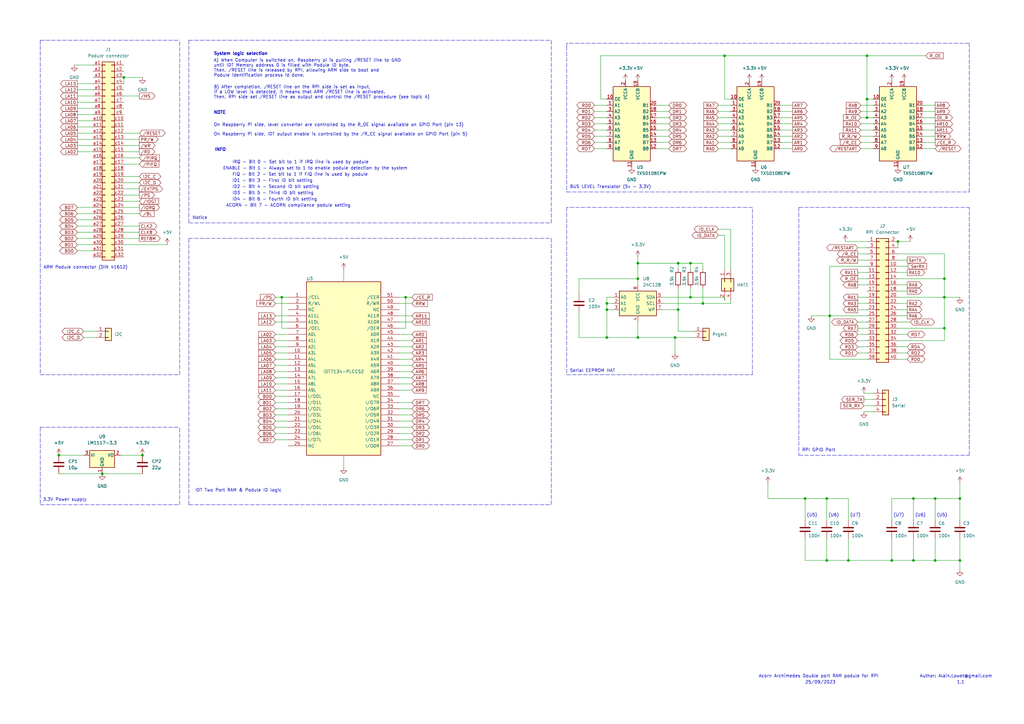
<source format=kicad_sch>
(kicad_sch (version 20211123) (generator eeschema)
  (paper "A3")
  (junction (at 58.42 186.69))
  (junction (at 278.13 127))
  (junction (at 50.8 31.75))
  (junction (at 283.21 107.95))
  (junction (at 283.21 121.92))
  (junction (at 347.98 229.87))
  (junction (at 166.37 121.92))
  (junction (at 339.09 229.87))
  (junction (at 368.3 99.06))
  (junction (at 383.54 204.47))
  (junction (at 115.57 121.92))
  (junction (at 261.62 138.43))
  (junction (at 261.62 107.95))
  (junction (at 355.6 48.26))
  (junction (at 355.6 22.86))
  (junction (at 355.6 40.64))
  (junction (at 339.09 204.47))
  (junction (at 387.35 114.3))
  (junction (at 365.76 229.87))
  (junction (at 276.86 138.43))
  (junction (at 393.7 229.87))
  (junction (at 387.35 134.62))
  (junction (at 374.65 229.87))
  (junction (at 297.18 22.86))
  (junction (at 340.36 129.54))
  (junction (at 374.65 204.47))
  (junction (at 261.62 114.3))
  (junction (at 248.92 138.43))
  (junction (at 330.2 204.47))
  (junction (at 248.92 127))
  (junction (at 278.13 107.95))
  (junction (at 24.13 186.69))
  (junction (at 288.29 124.46))
  (junction (at 387.35 121.92))
  (junction (at 383.54 229.87))
  (junction (at 41.91 194.31))
  (junction (at 248.92 124.46))
  (junction (at 393.7 204.47))
  (wire (pts (xy 351.79 101.6) (xy 355.6 101.6)))
  (wire (pts (xy 50.8 62.23) (xy 57.15 62.23)))
  (wire (pts (xy 368.3 116.84) (xy 372.11 116.84)))
  (wire (pts (xy 387.35 139.7) (xy 387.35 134.62)))
  (wire (pts (xy 332.74 129.54) (xy 340.36 129.54)))
  (wire (pts (xy 368.3 147.32) (xy 372.11 147.32)))
  (wire (pts (xy 261.62 138.43) (xy 276.86 138.43)))
  (polyline (pts (xy 226.06 91.44) (xy 226.06 16.51)))
  (wire (pts (xy 353.06 43.18) (xy 358.14 43.18)))
  (wire (pts (xy 163.83 142.24) (xy 168.91 142.24)))
  (wire (pts (xy 294.64 93.98) (xy 299.72 93.98)))
  (wire (pts (xy 353.06 50.8) (xy 358.14 50.8)))
  (wire (pts (xy 243.84 50.8) (xy 248.92 50.8)))
  (wire (pts (xy 271.78 127) (xy 278.13 127)))
  (wire (pts (xy 140.97 110.49) (xy 140.97 115.57)))
  (wire (pts (xy 393.7 233.68) (xy 393.7 229.87)))
  (polyline (pts (xy 232.41 17.78) (xy 232.41 19.05)))
  (wire (pts (xy 243.84 58.42) (xy 248.92 58.42)))
  (wire (pts (xy 330.2 229.87) (xy 330.2 220.98)))
  (wire (pts (xy 351.79 111.76) (xy 355.6 111.76)))
  (wire (pts (xy 393.7 220.98) (xy 393.7 229.87)))
  (polyline (pts (xy 327.66 186.69) (xy 397.51 186.69)))
  (wire (pts (xy 31.75 59.69) (xy 38.1 59.69)))
  (wire (pts (xy 24.13 186.69) (xy 34.29 186.69)))
  (wire (pts (xy 378.46 55.88) (xy 383.54 55.88)))
  (polyline (pts (xy 327.66 85.09) (xy 397.51 85.09)))
  (wire (pts (xy 113.03 175.26) (xy 118.11 175.26)))
  (wire (pts (xy 365.76 204.47) (xy 365.76 213.36)))
  (polyline (pts (xy 16.51 175.26) (xy 16.51 207.01)))
  (wire (pts (xy 383.54 204.47) (xy 383.54 213.36)))
  (wire (pts (xy 288.29 124.46) (xy 299.72 124.46)))
  (wire (pts (xy 113.03 139.7) (xy 118.11 139.7)))
  (wire (pts (xy 368.3 119.38) (xy 372.11 119.38)))
  (wire (pts (xy 163.83 182.88) (xy 168.91 182.88)))
  (wire (pts (xy 31.75 92.71) (xy 38.1 92.71)))
  (polyline (pts (xy 77.47 16.51) (xy 77.47 91.44)))
  (wire (pts (xy 294.64 53.34) (xy 299.72 53.34)))
  (wire (pts (xy 368.3 127) (xy 372.11 127)))
  (wire (pts (xy 347.98 213.36) (xy 347.98 204.47)))
  (polyline (pts (xy 397.51 186.69) (xy 397.51 85.09)))
  (wire (pts (xy 320.04 43.18) (xy 325.12 43.18)))
  (wire (pts (xy 278.13 135.89) (xy 278.13 127)))
  (wire (pts (xy 269.24 55.88) (xy 274.32 55.88)))
  (wire (pts (xy 339.09 229.87) (xy 339.09 220.98)))
  (wire (pts (xy 166.37 121.92) (xy 168.91 121.92)))
  (wire (pts (xy 368.3 144.78) (xy 372.11 144.78)))
  (wire (pts (xy 276.86 138.43) (xy 276.86 144.78)))
  (wire (pts (xy 243.84 45.72) (xy 248.92 45.72)))
  (wire (pts (xy 353.06 60.96) (xy 358.14 60.96)))
  (wire (pts (xy 113.03 137.16) (xy 118.11 137.16)))
  (wire (pts (xy 31.75 97.79) (xy 38.1 97.79)))
  (wire (pts (xy 294.64 60.96) (xy 299.72 60.96)))
  (wire (pts (xy 294.64 55.88) (xy 299.72 55.88)))
  (wire (pts (xy 31.75 90.17) (xy 38.1 90.17)))
  (wire (pts (xy 378.46 48.26) (xy 383.54 48.26)))
  (wire (pts (xy 284.48 135.89) (xy 278.13 135.89)))
  (wire (pts (xy 163.83 144.78) (xy 168.91 144.78)))
  (wire (pts (xy 50.8 67.31) (xy 57.15 67.31)))
  (wire (pts (xy 31.75 44.45) (xy 38.1 44.45)))
  (wire (pts (xy 113.03 172.72) (xy 118.11 172.72)))
  (wire (pts (xy 163.83 157.48) (xy 168.91 157.48)))
  (wire (pts (xy 113.03 149.86) (xy 118.11 149.86)))
  (polyline (pts (xy 397.51 78.74) (xy 397.51 17.78)))
  (wire (pts (xy 353.06 45.72) (xy 358.14 45.72)))
  (wire (pts (xy 50.8 95.25) (xy 57.15 95.25)))
  (wire (pts (xy 163.83 177.8) (xy 168.91 177.8)))
  (wire (pts (xy 347.98 229.87) (xy 347.98 220.98)))
  (wire (pts (xy 294.64 96.52) (xy 297.18 96.52)))
  (wire (pts (xy 248.92 138.43) (xy 261.62 138.43)))
  (wire (pts (xy 320.04 53.34) (xy 325.12 53.34)))
  (wire (pts (xy 320.04 48.26) (xy 325.12 48.26)))
  (wire (pts (xy 299.72 40.64) (xy 297.18 40.64)))
  (wire (pts (xy 288.29 107.95) (xy 283.21 107.95)))
  (wire (pts (xy 163.83 124.46) (xy 168.91 124.46)))
  (wire (pts (xy 297.18 22.86) (xy 297.18 40.64)))
  (wire (pts (xy 353.06 55.88) (xy 358.14 55.88)))
  (wire (pts (xy 330.2 204.47) (xy 314.96 204.47)))
  (wire (pts (xy 31.75 41.91) (xy 38.1 41.91)))
  (wire (pts (xy 355.6 48.26) (xy 358.14 48.26)))
  (wire (pts (xy 283.21 121.92) (xy 297.18 121.92)))
  (wire (pts (xy 113.03 142.24) (xy 118.11 142.24)))
  (wire (pts (xy 354.33 161.29) (xy 358.14 161.29)))
  (wire (pts (xy 24.13 194.31) (xy 41.91 194.31)))
  (wire (pts (xy 347.98 204.47) (xy 339.09 204.47)))
  (wire (pts (xy 278.13 107.95) (xy 261.62 107.95)))
  (wire (pts (xy 368.3 132.08) (xy 373.38 132.08)))
  (wire (pts (xy 163.83 167.64) (xy 168.91 167.64)))
  (wire (pts (xy 113.03 132.08) (xy 118.11 132.08)))
  (wire (pts (xy 351.79 144.78) (xy 355.6 144.78)))
  (wire (pts (xy 340.36 147.32) (xy 340.36 129.54)))
  (wire (pts (xy 31.75 36.83) (xy 38.1 36.83)))
  (wire (pts (xy 353.06 53.34) (xy 358.14 53.34)))
  (wire (pts (xy 246.38 40.64) (xy 248.92 40.64)))
  (wire (pts (xy 113.03 162.56) (xy 118.11 162.56)))
  (polyline (pts (xy 308.61 85.09) (xy 232.41 85.09)))
  (wire (pts (xy 346.71 99.06) (xy 355.6 99.06)))
  (wire (pts (xy 31.75 102.87) (xy 38.1 102.87)))
  (wire (pts (xy 243.84 60.96) (xy 248.92 60.96)))
  (wire (pts (xy 383.54 204.47) (xy 393.7 204.47)))
  (wire (pts (xy 387.35 114.3) (xy 368.3 114.3)))
  (wire (pts (xy 248.92 121.92) (xy 248.92 124.46)))
  (wire (pts (xy 50.8 72.39) (xy 57.15 72.39)))
  (wire (pts (xy 269.24 60.96) (xy 274.32 60.96)))
  (wire (pts (xy 31.75 95.25) (xy 38.1 95.25)))
  (wire (pts (xy 351.79 124.46) (xy 355.6 124.46)))
  (wire (pts (xy 163.83 149.86) (xy 168.91 149.86)))
  (wire (pts (xy 368.3 129.54) (xy 372.11 129.54)))
  (wire (pts (xy 115.57 134.62) (xy 115.57 121.92)))
  (wire (pts (xy 387.35 104.14) (xy 368.3 104.14)))
  (wire (pts (xy 248.92 124.46) (xy 251.46 124.46)))
  (wire (pts (xy 50.8 31.75) (xy 50.8 34.29)))
  (polyline (pts (xy 73.66 207.01) (xy 73.66 175.26)))
  (wire (pts (xy 383.54 220.98) (xy 383.54 229.87)))
  (wire (pts (xy 299.72 93.98) (xy 299.72 110.49)))
  (wire (pts (xy 34.29 138.43) (xy 39.37 138.43)))
  (wire (pts (xy 320.04 60.96) (xy 325.12 60.96)))
  (wire (pts (xy 163.83 160.02) (xy 168.91 160.02)))
  (wire (pts (xy 283.21 107.95) (xy 278.13 107.95)))
  (wire (pts (xy 246.38 22.86) (xy 297.18 22.86)))
  (wire (pts (xy 269.24 43.18) (xy 274.32 43.18)))
  (wire (pts (xy 351.79 132.08) (xy 355.6 132.08)))
  (wire (pts (xy 354.33 163.83) (xy 358.14 163.83)))
  (wire (pts (xy 261.62 107.95) (xy 261.62 114.3)))
  (wire (pts (xy 368.3 99.06) (xy 373.38 99.06)))
  (wire (pts (xy 261.62 132.08) (xy 261.62 138.43)))
  (wire (pts (xy 163.83 170.18) (xy 168.91 170.18)))
  (wire (pts (xy 113.03 177.8) (xy 118.11 177.8)))
  (wire (pts (xy 113.03 144.78) (xy 118.11 144.78)))
  (wire (pts (xy 297.18 96.52) (xy 297.18 110.49)))
  (wire (pts (xy 351.79 104.14) (xy 355.6 104.14)))
  (wire (pts (xy 113.03 121.92) (xy 115.57 121.92)))
  (polyline (pts (xy 327.66 85.09) (xy 327.66 186.69)))
  (wire (pts (xy 113.03 157.48) (xy 118.11 157.48)))
  (wire (pts (xy 50.8 92.71) (xy 57.15 92.71)))
  (wire (pts (xy 31.75 46.99) (xy 38.1 46.99)))
  (polyline (pts (xy 77.47 97.79) (xy 226.06 97.79)))
  (wire (pts (xy 368.3 99.06) (xy 368.3 101.6)))
  (wire (pts (xy 288.29 118.11) (xy 288.29 124.46)))
  (wire (pts (xy 50.8 64.77) (xy 57.15 64.77)))
  (wire (pts (xy 294.64 43.18) (xy 299.72 43.18)))
  (wire (pts (xy 49.53 186.69) (xy 58.42 186.69)))
  (wire (pts (xy 365.76 229.87) (xy 365.76 220.98)))
  (wire (pts (xy 31.75 62.23) (xy 38.1 62.23)))
  (wire (pts (xy 368.3 106.68) (xy 372.11 106.68)))
  (wire (pts (xy 294.64 45.72) (xy 299.72 45.72)))
  (wire (pts (xy 248.92 127) (xy 248.92 138.43)))
  (wire (pts (xy 374.65 204.47) (xy 374.65 213.36)))
  (wire (pts (xy 30.48 26.67) (xy 38.1 26.67)))
  (wire (pts (xy 347.98 229.87) (xy 365.76 229.87)))
  (wire (pts (xy 237.49 138.43) (xy 248.92 138.43)))
  (wire (pts (xy 351.79 106.68) (xy 355.6 106.68)))
  (wire (pts (xy 243.84 55.88) (xy 248.92 55.88)))
  (wire (pts (xy 31.75 49.53) (xy 38.1 49.53)))
  (polyline (pts (xy 16.51 207.01) (xy 73.66 207.01)))
  (wire (pts (xy 355.6 147.32) (xy 340.36 147.32)))
  (wire (pts (xy 50.8 31.75) (xy 58.42 31.75)))
  (wire (pts (xy 387.35 134.62) (xy 387.35 121.92)))
  (polyline (pts (xy 77.47 91.44) (xy 226.06 91.44)))
  (wire (pts (xy 163.83 121.92) (xy 166.37 121.92)))
  (wire (pts (xy 31.75 39.37) (xy 38.1 39.37)))
  (wire (pts (xy 278.13 127) (xy 278.13 118.11)))
  (wire (pts (xy 50.8 100.33) (xy 68.58 100.33)))
  (wire (pts (xy 251.46 121.92) (xy 248.92 121.92)))
  (wire (pts (xy 163.83 134.62) (xy 166.37 134.62)))
  (polyline (pts (xy 77.47 16.51) (xy 226.06 16.51)))
  (wire (pts (xy 163.83 172.72) (xy 168.91 172.72)))
  (wire (pts (xy 113.03 180.34) (xy 118.11 180.34)))
  (wire (pts (xy 387.35 121.92) (xy 393.7 121.92)))
  (wire (pts (xy 113.03 147.32) (xy 118.11 147.32)))
  (wire (pts (xy 163.83 132.08) (xy 168.91 132.08)))
  (polyline (pts (xy 232.41 78.74) (xy 397.51 78.74)))
  (polyline (pts (xy 232.41 85.09) (xy 232.41 153.67)))
  (wire (pts (xy 294.64 48.26) (xy 299.72 48.26)))
  (wire (pts (xy 297.18 123.19) (xy 297.18 121.92)))
  (wire (pts (xy 383.54 229.87) (xy 393.7 229.87)))
  (wire (pts (xy 271.78 121.92) (xy 283.21 121.92)))
  (wire (pts (xy 269.24 58.42) (xy 274.32 58.42)))
  (wire (pts (xy 351.79 127) (xy 355.6 127)))
  (wire (pts (xy 387.35 134.62) (xy 368.3 134.62)))
  (wire (pts (xy 294.64 58.42) (xy 299.72 58.42)))
  (wire (pts (xy 50.8 54.61) (xy 57.15 54.61)))
  (wire (pts (xy 243.84 53.34) (xy 248.92 53.34)))
  (wire (pts (xy 368.3 124.46) (xy 372.11 124.46)))
  (wire (pts (xy 34.29 135.89) (xy 39.37 135.89)))
  (wire (pts (xy 261.62 105.41) (xy 261.62 107.95)))
  (polyline (pts (xy 16.51 175.26) (xy 73.66 175.26)))
  (wire (pts (xy 368.3 109.22) (xy 372.11 109.22)))
  (wire (pts (xy 269.24 50.8) (xy 274.32 50.8)))
  (wire (pts (xy 393.7 198.12) (xy 393.7 204.47)))
  (wire (pts (xy 50.8 80.01) (xy 57.15 80.01)))
  (wire (pts (xy 115.57 121.92) (xy 118.11 121.92)))
  (wire (pts (xy 278.13 107.95) (xy 278.13 110.49)))
  (wire (pts (xy 31.75 52.07) (xy 38.1 52.07)))
  (wire (pts (xy 354.33 168.91) (xy 358.14 168.91)))
  (wire (pts (xy 113.03 170.18) (xy 118.11 170.18)))
  (polyline (pts (xy 16.51 16.51) (xy 73.66 16.51)))
  (wire (pts (xy 353.06 58.42) (xy 358.14 58.42)))
  (wire (pts (xy 383.54 229.87) (xy 374.65 229.87)))
  (wire (pts (xy 50.8 77.47) (xy 57.15 77.47)))
  (wire (pts (xy 339.09 229.87) (xy 330.2 229.87)))
  (wire (pts (xy 113.03 167.64) (xy 118.11 167.64)))
  (wire (pts (xy 237.49 128.27) (xy 237.49 138.43)))
  (wire (pts (xy 320.04 50.8) (xy 325.12 50.8)))
  (polyline (pts (xy 226.06 97.79) (xy 226.06 207.01)))
  (wire (pts (xy 248.92 127) (xy 251.46 127)))
  (wire (pts (xy 50.8 59.69) (xy 57.15 59.69)))
  (wire (pts (xy 243.84 43.18) (xy 248.92 43.18)))
  (wire (pts (xy 113.03 160.02) (xy 118.11 160.02)))
  (wire (pts (xy 113.03 124.46) (xy 118.11 124.46)))
  (wire (pts (xy 297.18 22.86) (xy 355.6 22.86)))
  (wire (pts (xy 387.35 121.92) (xy 368.3 121.92)))
  (wire (pts (xy 340.36 109.22) (xy 355.6 109.22)))
  (wire (pts (xy 383.54 204.47) (xy 374.65 204.47)))
  (wire (pts (xy 355.6 22.86) (xy 355.6 40.64)))
  (wire (pts (xy 113.03 154.94) (xy 118.11 154.94)))
  (wire (pts (xy 378.46 58.42) (xy 383.54 58.42)))
  (wire (pts (xy 351.79 137.16) (xy 355.6 137.16)))
  (wire (pts (xy 374.65 220.98) (xy 374.65 229.87)))
  (wire (pts (xy 374.65 229.87) (xy 365.76 229.87)))
  (wire (pts (xy 284.48 138.43) (xy 276.86 138.43)))
  (wire (pts (xy 166.37 134.62) (xy 166.37 121.92)))
  (wire (pts (xy 351.79 116.84) (xy 355.6 116.84)))
  (wire (pts (xy 50.8 87.63) (xy 57.15 87.63)))
  (wire (pts (xy 355.6 48.26) (xy 355.6 40.64)))
  (polyline (pts (xy 232.41 19.05) (xy 232.41 78.74)))
  (wire (pts (xy 113.03 129.54) (xy 118.11 129.54)))
  (wire (pts (xy 50.8 85.09) (xy 57.15 85.09)))
  (wire (pts (xy 320.04 45.72) (xy 325.12 45.72)))
  (wire (pts (xy 355.6 40.64) (xy 358.14 40.64)))
  (wire (pts (xy 163.83 175.26) (xy 168.91 175.26)))
  (wire (pts (xy 374.65 204.47) (xy 365.76 204.47)))
  (wire (pts (xy 393.7 204.47) (xy 393.7 213.36)))
  (wire (pts (xy 50.8 74.93) (xy 57.15 74.93)))
  (wire (pts (xy 283.21 107.95) (xy 283.21 110.49)))
  (wire (pts (xy 351.79 114.3) (xy 355.6 114.3)))
  (polyline (pts (xy 73.66 153.67) (xy 73.66 16.51)))
  (wire (pts (xy 41.91 194.31) (xy 58.42 194.31)))
  (wire (pts (xy 387.35 121.92) (xy 387.35 114.3)))
  (wire (pts (xy 351.79 139.7) (xy 355.6 139.7)))
  (wire (pts (xy 113.03 152.4) (xy 118.11 152.4)))
  (polyline (pts (xy 397.51 17.78) (xy 232.41 17.78)))
  (wire (pts (xy 118.11 134.62) (xy 115.57 134.62)))
  (polyline (pts (xy 232.41 153.67) (xy 308.61 153.67)))
  (wire (pts (xy 368.3 139.7) (xy 387.35 139.7)))
  (wire (pts (xy 163.83 137.16) (xy 168.91 137.16)))
  (wire (pts (xy 351.79 142.24) (xy 355.6 142.24)))
  (wire (pts (xy 320.04 55.88) (xy 325.12 55.88)))
  (wire (pts (xy 354.33 166.37) (xy 358.14 166.37)))
  (wire (pts (xy 378.46 60.96) (xy 383.54 60.96)))
  (wire (pts (xy 237.49 114.3) (xy 261.62 114.3)))
  (wire (pts (xy 378.46 53.34) (xy 383.54 53.34)))
  (wire (pts (xy 283.21 118.11) (xy 283.21 121.92)))
  (wire (pts (xy 140.97 186.69) (xy 140.97 191.77)))
  (wire (pts (xy 163.83 147.32) (xy 168.91 147.32)))
  (wire (pts (xy 269.24 48.26) (xy 274.32 48.26)))
  (wire (pts (xy 163.83 165.1) (xy 168.91 165.1)))
  (wire (pts (xy 378.46 45.72) (xy 383.54 45.72)))
  (wire (pts (xy 237.49 120.65) (xy 237.49 114.3)))
  (wire (pts (xy 378.46 50.8) (xy 383.54 50.8)))
  (wire (pts (xy 368.3 137.16) (xy 372.11 137.16)))
  (wire (pts (xy 163.83 152.4) (xy 168.91 152.4)))
  (wire (pts (xy 340.36 129.54) (xy 355.6 129.54)))
  (wire (pts (xy 50.8 57.15) (xy 57.15 57.15)))
  (wire (pts (xy 339.09 204.47) (xy 339.09 213.36)))
  (wire (pts (xy 294.64 50.8) (xy 299.72 50.8)))
  (wire (pts (xy 330.2 204.47) (xy 330.2 213.36)))
  (wire (pts (xy 378.46 43.18) (xy 383.54 43.18)))
  (wire (pts (xy 340.36 129.54) (xy 340.36 109.22)))
  (wire (pts (xy 261.62 114.3) (xy 261.62 116.84)))
  (wire (pts (xy 246.38 40.64) (xy 246.38 22.86)))
  (wire (pts (xy 320.04 58.42) (xy 325.12 58.42)))
  (wire (pts (xy 347.98 229.87) (xy 339.09 229.87)))
  (wire (pts (xy 50.8 82.55) (xy 57.15 82.55)))
  (wire (pts (xy 163.83 139.7) (xy 168.91 139.7)))
  (wire (pts (xy 368.3 111.76) (xy 372.11 111.76)))
  (wire (pts (xy 339.09 204.47) (xy 330.2 204.47)))
  (wire (pts (xy 113.03 165.1) (xy 118.11 165.1)))
  (wire (pts (xy 269.24 45.72) (xy 274.32 45.72)))
  (polyline (pts (xy 77.47 207.01) (xy 77.47 97.79)))
  (wire (pts (xy 50.8 39.37) (xy 57.15 39.37)))
  (wire (pts (xy 163.83 154.94) (xy 168.91 154.94)))
  (wire (pts (xy 299.72 123.19) (xy 299.72 124.46)))
  (wire (pts (xy 31.75 34.29) (xy 38.1 34.29)))
  (wire (pts (xy 271.78 124.46) (xy 288.29 124.46)))
  (wire (pts (xy 243.84 48.26) (xy 248.92 48.26)))
  (wire (pts (xy 351.79 121.92) (xy 355.6 121.92)))
  (wire (pts (xy 353.06 48.26) (xy 355.6 48.26)))
  (wire (pts (xy 31.75 85.09) (xy 38.1 85.09)))
  (polyline (pts (xy 77.47 207.01) (xy 226.06 207.01)))
  (wire (pts (xy 368.3 142.24) (xy 372.11 142.24)))
  (wire (pts (xy 288.29 110.49) (xy 288.29 107.95)))
  (wire (pts (xy 163.83 129.54) (xy 168.91 129.54)))
  (wire (pts (xy 355.6 22.86) (xy 379.73 22.86)))
  (wire (pts (xy 248.92 124.46) (xy 248.92 127)))
  (wire (pts (xy 31.75 87.63) (xy 38.1 87.63)))
  (wire (pts (xy 314.96 204.47) (xy 314.96 198.12)))
  (wire (pts (xy 31.75 100.33) (xy 38.1 100.33)))
  (wire (pts (xy 31.75 57.15) (xy 38.1 57.15)))
  (polyline (pts (xy 308.61 153.67) (xy 308.61 85.09)))
  (wire (pts (xy 387.35 114.3) (xy 387.35 104.14)))
  (wire (pts (xy 163.83 180.34) (xy 168.91 180.34)))
  (wire (pts (xy 351.79 134.62) (xy 355.6 134.62)))
  (polyline (pts (xy 16.51 16.51) (xy 16.51 153.67)))
  (wire (pts (xy 50.8 97.79) (xy 57.15 97.79)))
  (wire (pts (xy 31.75 54.61) (xy 38.1 54.61)))
  (wire (pts (xy 269.24 53.34) (xy 274.32 53.34)))
  (polyline (pts (xy 16.51 153.67) (xy 73.66 153.67)))
  (text "(U5)" (at 388.62 212.09 180) (effects (font (size 1.27 1.27)) (justify right bottom)))
  (text "ID4 - Bit 6 - Fourth ID bit setting" (at 95.25 82.55 0) (effects (font (size 1.27 1.27)) (justify left bottom)))
  (text "RPI GPIO Port" (at 328.93 185.42 0) (effects (font (size 1.27 1.27)) (justify left bottom)))
  (text "ARM Podule connector (DIN 41612)" (at 17.78 110.49 0) (effects (font (size 1.27 1.27)) (justify left bottom)))
  (text "System logic selection" (at 87.63 22.86 0) (effects (font (size 1.27 1.27) (thickness 0.254) bold) (justify left bottom)))
  (text "On Raspberry Pi side, IDT output enable is controlled by the /R_CE signal available on GPIO Port (pin 5)" (at 87.63 55.88 0) (effects (font (size 1.27 1.27)) (justify left bottom)))
  (text "ID3 - Bit 5 - Third ID bit setting" (at 95.25 80.01 0) (effects (font (size 1.27 1.27)) (justify left bottom)))
  (text "ENABLE - Bit 1 - Always set to 1 to enable podule detection by the system" (at 91.44 69.85 0) (effects (font (size 1.27 1.27)) (justify left bottom)))
  (text "NOTE" (at 92.71 46.99 180) (effects (font (size 1.27 1.27) (thickness 0.254) bold) (justify right bottom)))
  (text "(U7)" (at 353.06 212.09 180) (effects (font (size 1.27 1.27)) (justify right bottom)))
  (text "ID1 - Bit 3 - First ID bit setting" (at 95.25 74.93 0) (effects (font (size 1.27 1.27)) (justify left bottom)))
  (text "(U7)" (at 370.84 212.09 180) (effects (font (size 1.27 1.27)) (justify right bottom)))
  (text "Acorn Archimedes Double port RAM podule for RPI" (at 311.15 278.13 0) (effects (font (size 1.27 1.27)) (justify left bottom)))
  (text "Notice" (at 85.09 90.17 180) (effects (font (size 1.27 1.27)) (justify right bottom)))
  (text "INFO" (at 92.71 62.23 180) (effects (font (size 1.27 1.27) (thickness 0.254) bold) (justify right bottom)))
  (text "On Raspberry Pi side, level converter are controlled by the R_OE signal available on GPIO Port (pin 13)" (at 87.63 52.07 0) (effects (font (size 1.27 1.27)) (justify left bottom)))
  (text "(U5)" (at 335.28 212.09 180) (effects (font (size 1.27 1.27)) (justify right bottom)))
  (text "3.3V Power supply" (at 35.56 205.74 180) (effects (font (size 1.27 1.27)) (justify right bottom)))
  (text "Serial EEPROM HAT\n\n" (at 233.68 154.94 0) (effects (font (size 1.27 1.27)) (justify left bottom)))
  (text "1.1\n" (at 392.43 280.67 0) (effects (font (size 1.27 1.27)) (justify left bottom)))
  (text "FIQ - Bit 2 - Set bit to 1 if FIQ line is used by podule" (at 95.25 72.39 0) (effects (font (size 1.27 1.27)) (justify left bottom)))
  (text "B) After completion, /RESET line on the RPI side is set as input, \nif a LOW level is detected, it means that ARM /RESET line is activated.\nThen, RPI side set /RESET line as output and control the /RESET procedure (see topic A)" (at 87.63 40.64 0) (effects (font (size 1.27 1.27)) (justify left bottom)))
  (text "(U6)" (at 379.73 212.09 180) (effects (font (size 1.27 1.27)) (justify right bottom)))
  (text "ACORN - Bit 7 - ACORN compliance podule setting" (at 92.71 85.09 0) (effects (font (size 1.27 1.27)) (justify left bottom)))
  (text "BUS LEVEL Translator (5v - 3.3V)" (at 233.68 77.47 0) (effects (font (size 1.27 1.27)) (justify left bottom)))
  (text "IDT Two Port RAM & Podule ID logic" (at 80.01 201.93 0) (effects (font (size 1.27 1.27)) (justify left bottom)))
  (text "A) When Computer is switched on, Raspberry pi is pulling /RESET line to GND\nuntil IDT Memory address 0 is filled with Podule ID byte.\nThen, /RESET line is released by RPI, allowing ARM side to boot and\nPodule identification process id done." (at 87.63 31.75 0) (effects (font (size 1.27 1.27)) (justify left bottom)))
  (text "(U6)" (at 344.17 212.09 180) (effects (font (size 1.27 1.27)) (justify right bottom)))
  (text "Author: Alain.Lowet@gmail.com" (at 377.19 278.13 0) (effects (font (size 1.27 1.27)) (justify left bottom)))
  (text "25/09/2023" (at 330.2 280.67 0) (effects (font (size 1.27 1.27)) (justify left bottom)))
  (text "IRQ - Bit 0 - Set bit to 1 if IRQ line is used by podule" (at 95.25 67.31 0) (effects (font (size 1.27 1.27)) (justify left bottom)))
  (text "ID2 - Bit 4 - Second ID bit setting" (at 95.25 77.47 0) (effects (font (size 1.27 1.27)) (justify left bottom)))
  (global_label "BD2" (shape bidirectional) (at 113.03 167.64 180) (property "Intersheet References" "${INTERSHEET_REFS}" (effects hide)))
  (global_label "DR3" (shape bidirectional) (at 274.32 50.8 0) (property "Intersheet References" "${INTERSHEET_REFS}" (effects hide)))
  (global_label "{slash}RD" (shape output) (at 57.15 62.23 0) (property "Intersheet References" "${INTERSHEET_REFS}" (effects hide)))
  (global_label "{slash}PIFQ" (shape input) (at 57.15 67.31 0) (property "Intersheet References" "${INTERSHEET_REFS}" (effects hide)))
  (global_label "SER_TX" (shape output) (at 354.33 163.83 180) (property "Intersheet References" "${INTERSHEET_REFS}" (effects hide)))
  (global_label "I2C_C" (shape bidirectional) (at 57.15 72.39 0) (property "Intersheet References" "${INTERSHEET_REFS}" (effects hide)))
  (global_label "RD1" (shape bidirectional) (at 351.79 144.78 180) (property "Intersheet References" "${INTERSHEET_REFS}" (effects hide)))
  (global_label "BD0" (shape bidirectional) (at 113.03 162.56 180) (property "Intersheet References" "${INTERSHEET_REFS}" (effects hide)))
  (global_label "AR0" (shape input) (at 168.91 137.16 0) (property "Intersheet References" "${INTERSHEET_REFS}" (effects hide)))
  (global_label "DR7" (shape bidirectional) (at 274.32 60.96 0) (property "Intersheet References" "${INTERSHEET_REFS}" (effects hide)))
  (global_label "RA10" (shape output) (at 372.11 111.76 0) (property "Intersheet References" "${INTERSHEET_REFS}" (effects hide)))
  (global_label "I2C_D" (shape bidirectional) (at 34.29 138.43 180) (property "Intersheet References" "${INTERSHEET_REFS}" (effects hide)))
  (global_label "LA12" (shape input) (at 113.03 132.08 180) (property "Intersheet References" "${INTERSHEET_REFS}" (effects hide)))
  (global_label "RA8" (shape output) (at 351.79 116.84 180) (property "Intersheet References" "${INTERSHEET_REFS}" (effects hide)))
  (global_label "LA11" (shape input) (at 113.03 160.02 180) (property "Intersheet References" "${INTERSHEET_REFS}" (effects hide)))
  (global_label "LA03" (shape input) (at 113.03 139.7 180) (property "Intersheet References" "${INTERSHEET_REFS}" (effects hide)))
  (global_label "AR8" (shape input) (at 168.91 157.48 0) (property "Intersheet References" "${INTERSHEET_REFS}" (effects hide)))
  (global_label "{slash}CE_R" (shape output) (at 383.54 58.42 0) (property "Intersheet References" "${INTERSHEET_REFS}" (effects hide)))
  (global_label "ID_DATA" (shape bidirectional) (at 351.79 132.08 180) (property "Intersheet References" "${INTERSHEET_REFS}" (effects hide)))
  (global_label "AR9" (shape output) (at 383.54 45.72 0) (property "Intersheet References" "${INTERSHEET_REFS}" (effects hide)))
  (global_label "{slash}RESTART" (shape bidirectional) (at 351.79 101.6 180) (property "Intersheet References" "${INTERSHEET_REFS}" (effects hide)))
  (global_label "BD5" (shape bidirectional) (at 31.75 90.17 180) (property "Intersheet References" "${INTERSHEET_REFS}" (effects hide)))
  (global_label "RA4" (shape input) (at 294.64 50.8 180) (property "Intersheet References" "${INTERSHEET_REFS}" (effects hide)))
  (global_label "LA10" (shape input) (at 113.03 157.48 180) (property "Intersheet References" "${INTERSHEET_REFS}" (effects hide)))
  (global_label "LA03" (shape output) (at 31.75 59.69 180) (property "Intersheet References" "${INTERSHEET_REFS}" (effects hide)))
  (global_label "RA10" (shape input) (at 353.06 50.8 180) (property "Intersheet References" "${INTERSHEET_REFS}" (effects hide)))
  (global_label "OE_R" (shape output) (at 383.54 48.26 0) (property "Intersheet References" "${INTERSHEET_REFS}" (effects hide)))
  (global_label "LA12" (shape output) (at 31.75 36.83 180) (property "Intersheet References" "${INTERSHEET_REFS}" (effects hide)))
  (global_label "ID_CLK" (shape bidirectional) (at 373.38 132.08 0) (property "Intersheet References" "${INTERSHEET_REFS}" (effects hide)))
  (global_label "AR4" (shape output) (at 325.12 50.8 0) (property "Intersheet References" "${INTERSHEET_REFS}" (effects hide)))
  (global_label "RD1" (shape bidirectional) (at 243.84 45.72 180) (property "Intersheet References" "${INTERSHEET_REFS}" (effects hide)))
  (global_label "AR5" (shape input) (at 168.91 149.86 0) (property "Intersheet References" "${INTERSHEET_REFS}" (effects hide)))
  (global_label "BD7" (shape bidirectional) (at 31.75 85.09 180) (property "Intersheet References" "${INTERSHEET_REFS}" (effects hide)))
  (global_label "RD5" (shape bidirectional) (at 243.84 55.88 180) (property "Intersheet References" "${INTERSHEET_REFS}" (effects hide)))
  (global_label "R_OE" (shape input) (at 353.06 48.26 180) (property "Intersheet References" "${INTERSHEET_REFS}" (effects hide)))
  (global_label "RD7" (shape bidirectional) (at 243.84 60.96 180) (property "Intersheet References" "${INTERSHEET_REFS}" (effects hide)))
  (global_label "RA6" (shape output) (at 372.11 129.54 0) (property "Intersheet References" "${INTERSHEET_REFS}" (effects hide)))
  (global_label "RD0" (shape bidirectional) (at 243.84 43.18 180) (property "Intersheet References" "${INTERSHEET_REFS}" (effects hide)))
  (global_label "{slash}RESTART" (shape bidirectional) (at 353.06 60.96 180) (property "Intersheet References" "${INTERSHEET_REFS}" (effects hide)))
  (global_label "RA9" (shape input) (at 353.06 45.72 180) (property "Intersheet References" "${INTERSHEET_REFS}" (effects hide)))
  (global_label "LA13" (shape input) (at 113.03 129.54 180) (property "Intersheet References" "${INTERSHEET_REFS}" (effects hide)))
  (global_label "LA11" (shape output) (at 31.75 39.37 180) (property "Intersheet References" "${INTERSHEET_REFS}" (effects hide)))
  (global_label "DR1" (shape bidirectional) (at 168.91 180.34 0) (property "Intersheet References" "${INTERSHEET_REFS}" (effects hide)))
  (global_label "BD6" (shape bidirectional) (at 113.03 177.8 180) (property "Intersheet References" "${INTERSHEET_REFS}" (effects hide)))
  (global_label "BD0" (shape bidirectional) (at 31.75 102.87 180) (property "Intersheet References" "${INTERSHEET_REFS}" (effects hide)))
  (global_label "RA0" (shape output) (at 372.11 119.38 0) (property "Intersheet References" "${INTERSHEET_REFS}" (effects hide)))
  (global_label "RA3" (shape input) (at 294.64 53.34 180) (property "Intersheet References" "${INTERSHEET_REFS}" (effects hide)))
  (global_label "DR7" (shape bidirectional) (at 168.91 165.1 0) (property "Intersheet References" "${INTERSHEET_REFS}" (effects hide)))
  (global_label "LA09" (shape input) (at 113.03 154.94 180) (property "Intersheet References" "${INTERSHEET_REFS}" (effects hide)))
  (global_label "LA08" (shape input) (at 113.03 152.4 180) (property "Intersheet References" "${INTERSHEET_REFS}" (effects hide)))
  (global_label "AR11" (shape input) (at 168.91 129.54 0) (property "Intersheet References" "${INTERSHEET_REFS}" (effects hide)))
  (global_label "AR3" (shape input) (at 168.91 144.78 0) (property "Intersheet References" "${INTERSHEET_REFS}" (effects hide)))
  (global_label "SerRX" (shape input) (at 372.11 109.22 0) (property "Intersheet References" "${INTERSHEET_REFS}" (effects hide)))
  (global_label "LA08" (shape output) (at 31.75 46.99 180) (property "Intersheet References" "${INTERSHEET_REFS}" (effects hide)))
  (global_label "{slash}RESET" (shape bidirectional) (at 383.54 60.96 0) (property "Intersheet References" "${INTERSHEET_REFS}" (effects hide)))
  (global_label "{slash}CE_R" (shape input) (at 168.91 121.92 0) (property "Intersheet References" "${INTERSHEET_REFS}" (effects hide)))
  (global_label "RA11" (shape input) (at 353.06 53.34 180) (property "Intersheet References" "${INTERSHEET_REFS}" (effects hide)))
  (global_label "LA07" (shape output) (at 31.75 49.53 180) (property "Intersheet References" "${INTERSHEET_REFS}" (effects hide)))
  (global_label "{slash}R_CE" (shape output) (at 351.79 104.14 180) (property "Intersheet References" "${INTERSHEET_REFS}" (effects hide)))
  (global_label "RA1" (shape output) (at 351.79 121.92 180) (property "Intersheet References" "${INTERSHEET_REFS}" (effects hide)))
  (global_label "BD4" (shape bidirectional) (at 31.75 92.71 180) (property "Intersheet References" "${INTERSHEET_REFS}" (effects hide)))
  (global_label "{slash}WR" (shape output) (at 57.15 59.69 0) (property "Intersheet References" "${INTERSHEET_REFS}" (effects hide)))
  (global_label "{slash}PIRQ" (shape input) (at 57.15 64.77 0) (property "Intersheet References" "${INTERSHEET_REFS}" (effects hide)))
  (global_label "{slash}IORQ" (shape output) (at 57.15 85.09 0) (property "Intersheet References" "${INTERSHEET_REFS}" (effects hide)))
  (global_label "LA05" (shape input) (at 113.03 144.78 180) (property "Intersheet References" "${INTERSHEET_REFS}" (effects hide)))
  (global_label "DR6" (shape bidirectional) (at 274.32 58.42 0) (property "Intersheet References" "${INTERSHEET_REFS}" (effects hide)))
  (global_label "DR5" (shape bidirectional) (at 168.91 170.18 0) (property "Intersheet References" "${INTERSHEET_REFS}" (effects hide)))
  (global_label "DR0" (shape bidirectional) (at 168.91 182.88 0) (property "Intersheet References" "${INTERSHEET_REFS}" (effects hide)))
  (global_label "DR2" (shape bidirectional) (at 274.32 48.26 0) (property "Intersheet References" "${INTERSHEET_REFS}" (effects hide)))
  (global_label "RA9" (shape output) (at 372.11 116.84 0) (property "Intersheet References" "${INTERSHEET_REFS}" (effects hide)))
  (global_label "RA7" (shape output) (at 351.79 134.62 180) (property "Intersheet References" "${INTERSHEET_REFS}" (effects hide)))
  (global_label "R_R{slash}W" (shape output) (at 351.79 106.68 180) (property "Intersheet References" "${INTERSHEET_REFS}" (effects hide)))
  (global_label "RA2" (shape output) (at 372.11 124.46 0) (property "Intersheet References" "${INTERSHEET_REFS}" (effects hide)))
  (global_label "RA8" (shape input) (at 353.06 43.18 180) (property "Intersheet References" "${INTERSHEET_REFS}" (effects hide)))
  (global_label "LA04" (shape input) (at 113.03 142.24 180) (property "Intersheet References" "${INTERSHEET_REFS}" (effects hide)))
  (global_label "AR9" (shape input) (at 168.91 160.02 0) (property "Intersheet References" "${INTERSHEET_REFS}" (effects hide)))
  (global_label "BD3" (shape bidirectional) (at 113.03 170.18 180) (property "Intersheet References" "${INTERSHEET_REFS}" (effects hide)))
  (global_label "{slash}R_CE" (shape input) (at 353.06 58.42 180) (property "Intersheet References" "${INTERSHEET_REFS}" (effects hide)))
  (global_label "ID_DATA" (shape tri_state) (at 294.64 96.52 180) (property "Intersheet References" "${INTERSHEET_REFS}" (effects hide)))
  (global_label "RA7" (shape input) (at 294.64 43.18 180) (property "Intersheet References" "${INTERSHEET_REFS}" (effects hide)))
  (global_label "RA6" (shape input) (at 294.64 45.72 180) (property "Intersheet References" "${INTERSHEET_REFS}" (effects hide)))
  (global_label "AR7" (shape output) (at 325.12 43.18 0) (property "Intersheet References" "${INTERSHEET_REFS}" (effects hide)))
  (global_label "{slash}EXTPS" (shape output) (at 57.15 77.47 0) (property "Intersheet References" "${INTERSHEET_REFS}" (effects hide)))
  (global_label "AR6" (shape output) (at 325.12 45.72 0) (property "Intersheet References" "${INTERSHEET_REFS}" (effects hide)))
  (global_label "SerTX" (shape output) (at 372.11 106.68 0) (property "Intersheet References" "${INTERSHEET_REFS}" (effects hide)))
  (global_label "R_OE" (shape input) (at 379.73 22.86 0) (property "Intersheet References" "${INTERSHEET_REFS}" (effects hide)))
  (global_label "{slash}MS" (shape output) (at 57.15 39.37 0) (property "Intersheet References" "${INTERSHEET_REFS}" (effects hide)))
  (global_label "I2C_D" (shape bidirectional) (at 57.15 74.93 0) (property "Intersheet References" "${INTERSHEET_REFS}" (effects hide)))
  (global_label "AR2" (shape output) (at 325.12 55.88 0) (property "Intersheet References" "${INTERSHEET_REFS}" (effects hide)))
  (global_label "RRW" (shape input) (at 168.91 124.46 0) (property "Intersheet References" "${INTERSHEET_REFS}" (effects hide)))
  (global_label "RA0" (shape input) (at 294.64 60.96 180) (property "Intersheet References" "${INTERSHEET_REFS}" (effects hide)))
  (global_label "BD4" (shape bidirectional) (at 113.03 172.72 180) (property "Intersheet References" "${INTERSHEET_REFS}" (effects hide)))
  (global_label "LA04" (shape output) (at 31.75 57.15 180) (property "Intersheet References" "${INTERSHEET_REFS}" (effects hide)))
  (global_label "CLK2" (shape output) (at 57.15 92.71 0) (property "Intersheet References" "${INTERSHEET_REFS}" (effects hide)))
  (global_label "RD6" (shape bidirectional) (at 351.79 137.16 180) (property "Intersheet References" "${INTERSHEET_REFS}" (effects hide)))
  (global_label "RD7" (shape bidirectional) (at 372.11 137.16 0) (property "Intersheet References" "${INTERSHEET_REFS}" (effects hide)))
  (global_label "R_OE" (shape output) (at 351.79 114.3 180) (property "Intersheet References" "${INTERSHEET_REFS}" (effects hide)))
  (global_label "LA05" (shape output) (at 31.75 54.61 180) (property "Intersheet References" "${INTERSHEET_REFS}" (effects hide)))
  (global_label "DR6" (shape bidirectional) (at 168.91 167.64 0) (property "Intersheet References" "${INTERSHEET_REFS}" (effects hide)))
  (global_label "RD0" (shape bidirectional) (at 372.11 147.32 0) (property "Intersheet References" "${INTERSHEET_REFS}" (effects hide)))
  (global_label "PR{slash}W" (shape output) (at 57.15 57.15 0) (property "Intersheet References" "${INTERSHEET_REFS}" (effects hide)))
  (global_label "{slash}BL" (shape input) (at 57.15 87.63 0) (property "Intersheet References" "${INTERSHEET_REFS}" (effects hide)))
  (global_label "REF8M" (shape output) (at 57.15 97.79 0) (property "Intersheet References" "${INTERSHEET_REFS}" (effects hide)))
  (global_label "AR5" (shape output) (at 325.12 48.26 0) (property "Intersheet References" "${INTERSHEET_REFS}" (effects hide)))
  (global_label "I2C_C" (shape bidirectional) (at 34.29 135.89 180) (property "Intersheet References" "${INTERSHEET_REFS}" (effects hide)))
  (global_label "LA02" (shape input) (at 113.03 137.16 180) (property "Intersheet References" "${INTERSHEET_REFS}" (effects hide)))
  (global_label "AR1" (shape output) (at 325.12 58.42 0) (property "Intersheet References" "${INTERSHEET_REFS}" (effects hide)))
  (global_label "AR10" (shape input) (at 168.91 132.08 0) (property "Intersheet References" "${INTERSHEET_REFS}" (effects hide)))
  (global_label "{slash}RESET" (shape bidirectional) (at 57.15 54.61 0) (property "Intersheet References" "${INTERSHEET_REFS}" (effects hide)))
  (global_label "RRW" (shape output) (at 383.54 55.88 0) (property "Intersheet References" "${INTERSHEET_REFS}" (effects hide)))
  (global_label "LA13" (shape output) (at 31.75 34.29 180) (property "Intersheet References" "${INTERSHEET_REFS}" (effects hide)))
  (global_label "PR{slash}W" (shape input) (at 113.03 124.46 180) (property "Intersheet References" "${INTERSHEET_REFS}" (effects hide)))
  (global_label "{slash}PS" (shape input) (at 113.03 121.92 180) (property "Intersheet References" "${INTERSHEET_REFS}" (effects hide)))
  (global_label "BD6" (shape bidirectional) (at 31.75 87.63 180) (property "Intersheet References" "${INTERSHEET_REFS}" (effects hide)))
  (global_label "AR11" (shape output) (at 383.54 53.34 0) (property "Intersheet References" "${INTERSHEET_REFS}" (effects hide)))
  (global_label "AR6" (shape input) (at 168.91 152.4 0) (property "Intersheet References" "${INTERSHEET_REFS}" (effects hide)))
  (global_label "DR0" (shape bidirectional) (at 274.32 43.18 0) (property "Intersheet References" "${INTERSHEET_REFS}" (effects hide)))
  (global_label "DR5" (shape bidirectional) (at 274.32 55.88 0) (property "Intersheet References" "${INTERSHEET_REFS}" (effects hide)))
  (global_label "AR8" (shape output) (at 383.54 43.18 0) (property "Intersheet References" "${INTERSHEET_REFS}" (effects hide)))
  (global_label "BD1" (shape bidirectional) (at 113.03 165.1 180) (property "Intersheet References" "${INTERSHEET_REFS}" (effects hide)))
  (global_label "R_R{slash}W" (shape input) (at 353.06 55.88 180) (property "Intersheet References" "${INTERSHEET_REFS}" (effects hide)))
  (global_label "AR0" (shape output) (at 325.12 60.96 0) (property "Intersheet References" "${INTERSHEET_REFS}" (effects hide)))
  (global_label "AR1" (shape input) (at 168.91 139.7 0) (property "Intersheet References" "${INTERSHEET_REFS}" (effects hide)))
  (global_label "DR4" (shape bidirectional) (at 274.32 53.34 0) (property "Intersheet References" "${INTERSHEET_REFS}" (effects hide)))
  (global_label "ID_CLK" (shape tri_state) (at 294.64 93.98 180) (property "Intersheet References" "${INTERSHEET_REFS}" (effects hide)))
  (global_label "BD1" (shape bidirectional) (at 31.75 100.33 180) (property "Intersheet References" "${INTERSHEET_REFS}" (effects hide)))
  (global_label "CLK8" (shape output) (at 57.15 95.25 0) (property "Intersheet References" "${INTERSHEET_REFS}" (effects hide)))
  (global_label "DR2" (shape bidirectional) (at 168.91 177.8 0) (property "Intersheet References" "${INTERSHEET_REFS}" (effects hide)))
  (global_label "RA1" (shape input) (at 294.64 58.42 180) (property "Intersheet References" "${INTERSHEET_REFS}" (effects hide)))
  (global_label "RA4" (shape output) (at 372.11 127 0) (property "Intersheet References" "${INTERSHEET_REFS}" (effects hide)))
  (global_label "{slash}PS" (shape output) (at 57.15 80.01 0) (property "Intersheet References" "${INTERSHEET_REFS}" (effects hide)))
  (global_label "AR3" (shape output) (at 325.12 53.34 0) (property "Intersheet References" "${INTERSHEET_REFS}" (effects hide)))
  (global_label "AR2" (shape input) (at 168.91 142.24 0) (property "Intersheet References" "${INTERSHEET_REFS}" (effects hide)))
  (global_label "BD5" (shape bidirectional) (at 113.03 175.26 180) (property "Intersheet References" "${INTERSHEET_REFS}" (effects hide)))
  (global_label "RA5" (shape input) (at 294.64 48.26 180) (property "Intersheet References" "${INTERSHEET_REFS}" (effects hide)))
  (global_label "RA5" (shape output) (at 351.79 127 180) (property "Intersheet References" "${INTERSHEET_REFS}" (effects hide)))
  (global_label "RD4" (shape bidirectional) (at 243.84 53.34 180) (property "Intersheet References" "${INTERSHEET_REFS}" (effects hide)))
  (global_label "RD6" (shape bidirectional) (at 243.84 58.42 180) (property "Intersheet References" "${INTERSHEET_REFS}" (effects hide)))
  (global_label "{slash}IOGT" (shape input) (at 57.15 82.55 0) (property "Intersheet References" "${INTERSHEET_REFS}" (effects hide)))
  (global_label "LA02" (shape output) (at 31.75 62.23 180) (property "Intersheet References" "${INTERSHEET_REFS}" (effects hide)))
  (global_label "RA2" (shape input) (at 294.64 55.88 180) (property "Intersheet References" "${INTERSHEET_REFS}" (effects hide)))
  (global_label "DR4" (shape bidirectional) (at 168.91 172.72 0) (property "Intersheet References" "${INTERSHEET_REFS}" (effects hide)))
  (global_label "LA10" (shape output) (at 31.75 41.91 180) (property "Intersheet References" "${INTERSHEET_REFS}" (effects hide)))
  (global_label "AR7" (shape input) (at 168.91 154.94 0) (property "Intersheet References" "${INTERSHEET_REFS}" (effects hide)))
  (global_label "RD2" (shape bidirectional) (at 243.84 48.26 180) (property "Intersheet References" "${INTERSHEET_REFS}" (effects hide)))
  (global_label "DR1" (shape bidirectional) (at 274.32 45.72 0) (property "Intersheet References" "${INTERSHEET_REFS}" (effects hide)))
  (global_label "RD4" (shape bidirectional) (at 372.11 142.24 0) (property "Intersheet References" "${INTERSHEET_REFS}" (effects hide)))
  (global_label "BD7" (shape bidirectional) (at 113.03 180.34 180) (property "Intersheet References" "${INTERSHEET_REFS}" (effects hide)))
  (global_label "DR3" (shape bidirectional) (at 168.91 175.26 0) (property "Intersheet References" "${INTERSHEET_REFS}" (effects hide)))
  (global_label "RA11" (shape output) (at 351.79 111.76 180) (property "Intersheet References" "${INTERSHEET_REFS}" (effects hide)))
  (global_label "AR10" (shape output) (at 383.54 50.8 0) (property "Intersheet References" "${INTERSHEET_REFS}" (effects hide)))
  (global_label "BD3" (shape bidirectional) (at 31.75 95.25 180) (property "Intersheet References" "${INTERSHEET_REFS}" (effects hide)))
  (global_label "RD2" (shape bidirectional) (at 372.11 144.78 0) (property "Intersheet References" "${INTERSHEET_REFS}" (effects hide)))
  (global_label "LA09" (shape output) (at 31.75 44.45 180) (property "Intersheet References" "${INTERSHEET_REFS}" (effects hide)))
  (global_label "LA07" (shape input) (at 113.03 149.86 180) (property "Intersheet References" "${INTERSHEET_REFS}" (effects hide)))
  (global_label "AR4" (shape input) (at 168.91 147.32 0) (property "Intersheet References" "${INTERSHEET_REFS}" (effects hide)))
  (global_label "LA06" (shape input) (at 113.03 147.32 180) (property "Intersheet References" "${INTERSHEET_REFS}" (effects hide)))
  (global_label "RD3" (shape bidirectional) (at 351.79 142.24 180) (property "Intersheet References" "${INTERSHEET_REFS}" (effects hide)))
  (global_label "LA06" (shape output) (at 31.75 52.07 180) (property "Intersheet References" "${INTERSHEET_REFS}" (effects hide)))
  (global_label "SER_RX" (shape input) (at 354.33 166.37 180) (property "Intersheet References" "${INTERSHEET_REFS}" (effects hide)))
  (global_label "RA3" (shape output) (at 351.79 124.46 180) (property "Intersheet References" "${INTERSHEET_REFS}" (effects hide)))
  (global_label "RD5" (shape bidirectional) (at 351.79 139.7 180) (property "Intersheet References" "${INTERSHEET_REFS}" (effects hide)))
  (global_label "RD3" (shape bidirectional) (at 243.84 50.8 180) (property "Intersheet References" "${INTERSHEET_REFS}" (effects hide)))
  (global_label "BD2" (shape bidirectional) (at 31.75 97.79 180) (property "Intersheet References" "${INTERSHEET_REFS}" (effects hide)))
  (symbol (lib_id "Device:C") (at 374.65 217.17 0) (unit 1)
    (property "Reference" "C7" (at 375.92 214.63 0) (effects (justify left)))
    (property "Value" "100n" (at 375.92 219.71 0) (effects (justify left)))
    (property "Footprint" "Capacitor_SMD:C_1210_3225Metric_Pad1.33x2.70mm_HandSolder" (effects hide))
  )
  (symbol (lib_id "Connector:DIN41612_02x32_AC") (at 43.18 64.77 0) (unit 1)
    (property "Reference" "J1" (at 44.45 20.32 0))
    (property "Value" "Podule connector" (at 44.45 22.86 0))
    (property "Footprint" "Connector_DIN:DIN41612_R_2x32_Male_Horizontal_THT" (effects hide))
  )
  (symbol (lib_id "power:+5V") (at 373.38 99.06 0) (unit 1)
    (property "Reference" "#PWR0116" (effects hide))
    (property "Value" "+5V" (at 373.38 93.98 0))
  )
  (symbol (lib_id "power:+3.3V") (at 365.76 33.02 0) (unit 1)
    (property "Reference" "#PWR0114" (effects hide))
    (property "Value" "+3.3V" (at 365.76 27.94 0))
  )
  (symbol (lib_id "Connector_Generic:Conn_02x20_Odd_Even") (at 360.68 121.92 0) (unit 1)
    (property "Reference" "J2" (at 361.95 92.71 0))
    (property "Value" "RPI Connector" (at 361.95 95.25 0))
    (property "Footprint" "Connector_PinHeader_2.54mm:PinHeader_2x20_P2.54mm_Vertical" (effects hide))
  )
  (symbol (lib_id "power:+5V") (at 140.97 110.49 0) (unit 1)
    (property "Reference" "#PWR0102" (effects hide))
    (property "Value" "+5V" (at 140.97 105.41 0))
  )
  (symbol (lib_id "power:+3.3V") (at 256.54 33.02 0) (unit 1)
    (property "Reference" "#PWR0107" (effects hide))
    (property "Value" "+3.3V" (at 256.54 27.94 0))
  )
  (symbol (lib_id "power:GND") (at 58.42 31.75 0) (unit 1)
    (property "Reference" "#PWR0125" (effects hide))
    (property "Value" "GND" (at 58.42 36.83 0))
  )
  (symbol (lib_id "Device:C") (at 237.49 124.46 0) (unit 1)
    (property "Reference" "C2" (at 241.3 123.1899 0) (effects (justify left)))
    (property "Value" "100n" (at 241.3 125.7299 0) (effects (justify left)))
    (property "Footprint" "Capacitor_SMD:C_1210_3225Metric_Pad1.33x2.70mm_HandSolder" (effects hide))
  )
  (symbol (lib_id "Memory_EEPROM:CAT24C128") (at 261.62 124.46 0) (unit 1)
    (property "Reference" "U8" (at 263.6394 114.3 0) (effects (justify left)))
    (property "Value" "24C128" (at 263.6394 116.84 0) (effects (justify left)))
    (property "Footprint" "Package_SO:SOIC-8W_5.3x5.3mm_P1.27mm" (effects hide))
    (property "Datasheet" "https://www.onsemi.com/pub/Collateral/CAT24C128-D.PDF" (effects hide))
  )
  (symbol (lib_id "Regulator_Linear:LM1117-3.3") (at 41.91 186.69 0) (unit 1)
    (property "Reference" "U9" (at 41.91 179.07 0))
    (property "Value" "LM1117-3.3" (at 41.91 181.61 0))
    (property "Footprint" "Package_TO_SOT_SMD:SOT-223-3_TabPin2" (effects hide))
    (property "Datasheet" "http://www.ti.com/lit/ds/symlink/lm1117.pdf" (effects hide))
  )
  (symbol (lib_id "power:GND") (at 393.7 121.92 0) (unit 1)
    (property "Reference" "#PWR0118" (effects hide))
    (property "Value" "GND" (at 393.7 127 0))
  )
  (symbol (lib_id "Device:R") (at 288.29 114.3 0) (unit 1)
    (property "Reference" "R4" (at 285.75 109.22 90) (effects (justify right)))
    (property "Value" "3.9k" (at 285.75 113.03 90) (effects (justify right)))
    (property "Footprint" "Resistor_SMD:R_1210_3225Metric_Pad1.30x2.65mm_HandSolder" (effects hide))
  )
  (symbol (lib_id "Connector_Generic:Conn_02x02_Odd_Even") (at 297.18 115.57 90) (mirror x) (unit 1)
    (property "Reference" "HAT1" (at 302.26 116.8401 90) (effects (justify right)))
    (property "Value" "Conn_02x02_Odd_Even" (effects hide))
    (property "Footprint" "Connector_PinHeader_2.54mm:PinHeader_2x02_P2.54mm_Vertical" (effects hide))
  )
  (symbol (lib_id "power:GND") (at 393.7 233.68 0) (unit 1)
    (property "Reference" "#PWR0124" (effects hide))
    (property "Value" "GND" (at 393.7 238.76 0))
  )
  (symbol (lib_id "Logic_LevelTranslator:TXS0108EPW") (at 259.08 50.8 0) (unit 1)
    (property "Reference" "U5" (at 261.0994 68.58 0) (effects (justify left)))
    (property "Value" "TXS0108EPW" (at 261.0994 71.12 0) (effects (justify left)))
    (property "Footprint" "Package_SO:TSSOP-20_4.4x6.5mm_P0.65mm" (effects hide))
    (property "Datasheet" "www.ti.com/lit/ds/symlink/txs0108e.pdf" (effects hide))
  )
  (symbol (lib_id "power:+3.3V") (at 354.33 161.29 0) (unit 1)
    (property "Reference" "#PWR?" (effects hide))
    (property "Value" "+3.3V" (at 354.33 156.21 0))
  )
  (symbol (lib_id "idt7134:IDT7134-PLCC52") (at 140.97 152.4 0) (unit 1)
    (property "Reference" "U3" (at 127 114.3 0))
    (property "Value" "IDT7134-PLCC52" (at 140.97 152.4 0))
    (property "Footprint" "Package_LCC:PLCC-52_THT-Socket" (effects hide))
  )
  (symbol (lib_id "power:+5V") (at 393.7 198.12 0) (unit 1)
    (property "Reference" "#PWR0123" (effects hide))
    (property "Value" "+5V" (at 393.7 193.04 0))
  )
  (symbol (lib_id "Device:R") (at 283.21 114.3 0) (unit 1)
    (property "Reference" "R3" (at 280.67 109.22 90) (effects (justify right)))
    (property "Value" "3.9k" (at 280.67 113.03 90) (effects (justify right)))
    (property "Footprint" "Resistor_SMD:R_1210_3225Metric_Pad1.30x2.65mm_HandSolder" (effects hide))
  )
  (symbol (lib_id "power:+5V") (at 370.84 33.02 0) (unit 1)
    (property "Reference" "#PWR0115" (effects hide))
    (property "Value" "+5V" (at 370.84 27.94 0))
  )
  (symbol (lib_id "power:+5V") (at 68.58 100.33 0) (unit 1)
    (property "Reference" "#PWR0126" (effects hide))
    (property "Value" "+5V" (at 68.58 95.25 0))
  )
  (symbol (lib_id "Device:C") (at 347.98 217.17 0) (unit 1)
    (property "Reference" "C9" (at 349.25 214.63 0) (effects (justify left)))
    (property "Value" "100n" (at 349.25 219.71 0) (effects (justify left)))
    (property "Footprint" "Capacitor_SMD:C_1210_3225Metric_Pad1.33x2.70mm_HandSolder" (effects hide))
  )
  (symbol (lib_id "power:GND") (at 30.48 26.67 0) (unit 1)
    (property "Reference" "#PWR0127" (effects hide))
    (property "Value" "GND" (at 30.48 31.75 0))
  )
  (symbol (lib_id "power:GND") (at 41.91 194.31 0) (unit 1)
    (property "Reference" "#PWR0128" (effects hide))
    (property "Value" "GND" (at 41.91 199.39 0))
  )
  (symbol (lib_id "power:GND") (at 332.74 129.54 0) (unit 1)
    (property "Reference" "#PWR0119" (effects hide))
    (property "Value" "GND" (at 332.74 134.62 0))
  )
  (symbol (lib_id "power:+5V") (at 24.13 186.69 0) (unit 1)
    (property "Reference" "#PWR0130" (effects hide))
    (property "Value" "+5V" (at 24.13 181.61 0))
  )
  (symbol (lib_id "Connector_Generic:Conn_01x02") (at 44.45 135.89 0) (unit 1)
    (property "Reference" "I2C" (at 46.99 137.16 0) (effects (justify left)))
    (property "Value" "Prgm" (effects hide))
    (property "Footprint" "Connector_PinHeader_2.54mm:PinHeader_1x02_P2.54mm_Vertical" (effects hide))
  )
  (symbol (lib_id "Logic_LevelTranslator:TXS0108EPW") (at 309.88 50.8 0) (unit 1)
    (property "Reference" "U6" (at 311.8994 68.58 0) (effects (justify left)))
    (property "Value" "TXS0108EPW" (at 311.8994 71.12 0) (effects (justify left)))
    (property "Footprint" "Package_SO:TSSOP-20_4.4x6.5mm_P0.65mm" (effects hide))
    (property "Datasheet" "www.ti.com/lit/ds/symlink/txs0108e.pdf" (effects hide))
  )
  (symbol (lib_id "Device:C") (at 24.13 190.5 0) (unit 1)
    (property "Reference" "CP1" (at 27.94 189.2299 0) (effects (justify left)))
    (property "Value" "10µ" (at 27.94 191.7699 0) (effects (justify left)))
    (property "Footprint" "Capacitor_THT:CP_Radial_D8.0mm_P5.00mm" (effects hide))
  )
  (symbol (lib_id "power:GND") (at 368.3 68.58 0) (unit 1)
    (property "Reference" "#PWR0113" (effects hide))
    (property "Value" "GND" (at 368.3 73.66 0))
  )
  (symbol (lib_id "Device:C") (at 393.7 217.17 0) (unit 1)
    (property "Reference" "C3" (at 394.97 214.63 0) (effects (justify left)))
    (property "Value" "100n" (at 394.97 219.71 0) (effects (justify left)))
    (property "Footprint" "Capacitor_SMD:C_1210_3225Metric_Pad1.33x2.70mm_HandSolder" (effects hide))
  )
  (symbol (lib_id "Device:C") (at 58.42 190.5 0) (unit 1)
    (property "Reference" "CP2" (at 62.23 189.2299 0) (effects (justify left)))
    (property "Value" "22µ" (at 62.23 191.7699 0) (effects (justify left)))
    (property "Footprint" "Capacitor_THT:CP_Radial_D8.0mm_P5.00mm" (effects hide))
  )
  (symbol (lib_id "Device:C") (at 339.09 217.17 0) (unit 1)
    (property "Reference" "C10" (at 340.36 214.63 0) (effects (justify left)))
    (property "Value" "100n" (at 340.36 219.71 0) (effects (justify left)))
    (property "Footprint" "Capacitor_SMD:C_1210_3225Metric_Pad1.33x2.70mm_HandSolder" (effects hide))
  )
  (symbol (lib_id "Device:R") (at 278.13 114.3 0) (unit 1)
    (property "Reference" "R2" (at 275.59 109.22 90) (effects (justify right)))
    (property "Value" "3,9k" (at 275.59 113.03 90) (effects (justify right)))
    (property "Footprint" "Resistor_SMD:R_1210_3225Metric_Pad1.30x2.65mm_HandSolder" (effects hide))
  )
  (symbol (lib_id "Logic_LevelTranslator:TXS0108EPW") (at 368.3 50.8 0) (unit 1)
    (property "Reference" "U7" (at 370.3194 68.58 0) (effects (justify left)))
    (property "Value" "TXS0108EPW" (at 370.3194 71.12 0) (effects (justify left)))
    (property "Footprint" "Package_SO:TSSOP-20_4.4x6.5mm_P0.65mm" (effects hide))
    (property "Datasheet" "www.ti.com/lit/ds/symlink/txs0108e.pdf" (effects hide))
  )
  (symbol (lib_id "power:+3.3V") (at 261.62 105.41 0) (unit 1)
    (property "Reference" "#PWR0120" (effects hide))
    (property "Value" "+3.3V" (at 261.62 100.33 0))
  )
  (symbol (lib_id "power:+3.3V") (at 58.42 186.69 0) (unit 1)
    (property "Reference" "#PWR0129" (effects hide))
    (property "Value" "+3.3V" (at 58.42 181.61 0))
  )
  (symbol (lib_id "Device:C") (at 330.2 217.17 0) (unit 1)
    (property "Reference" "C11" (at 331.47 214.63 0) (effects (justify left)))
    (property "Value" "100n" (at 331.47 219.71 0) (effects (justify left)))
    (property "Footprint" "Capacitor_SMD:C_1210_3225Metric_Pad1.33x2.70mm_HandSolder" (effects hide))
  )
  (symbol (lib_id "power:GND") (at 309.88 68.58 0) (unit 1)
    (property "Reference" "#PWR0111" (effects hide))
    (property "Value" "GND" (at 309.88 73.66 0))
  )
  (symbol (lib_id "Connector_Generic:Conn_01x02") (at 289.56 135.89 0) (unit 1)
    (property "Reference" "Prgm1" (at 292.1 137.16 0) (effects (justify left)))
    (property "Value" "Prgm" (effects hide))
    (property "Footprint" "Connector_PinHeader_2.54mm:PinHeader_1x02_P2.54mm_Vertical" (effects hide))
  )
  (symbol (lib_id "power:+5V") (at 312.42 33.02 0) (unit 1)
    (property "Reference" "#PWR0109" (effects hide))
    (property "Value" "+5V" (at 312.42 27.94 0))
  )
  (symbol (lib_id "power:GND") (at 276.86 144.78 0) (unit 1)
    (property "Reference" "#PWR0121" (effects hide))
    (property "Value" "GND" (at 276.86 149.86 0))
  )
  (symbol (lib_id "power:GND") (at 259.08 68.58 0) (unit 1)
    (property "Reference" "#PWR0112" (effects hide))
    (property "Value" "GND" (at 259.08 73.66 0))
  )
  (symbol (lib_id "power:+5V") (at 261.62 33.02 0) (unit 1)
    (property "Reference" "#PWR0108" (effects hide))
    (property "Value" "+5V" (at 261.62 27.94 0))
  )
  (symbol (lib_id "power:+3.3V") (at 307.34 33.02 0) (unit 1)
    (property "Reference" "#PWR0110" (effects hide))
    (property "Value" "+3.3V" (at 307.34 27.94 0))
  )
  (symbol (lib_id "power:GND") (at 354.33 168.91 0) (unit 1)
    (property "Reference" "#PWR?" (effects hide))
    (property "Value" "GND" (at 354.33 173.99 0))
  )
  (symbol (lib_id "Connector_Generic:Conn_01x04") (at 363.22 163.83 0) (unit 1)
    (property "Reference" "J3" (at 365.76 163.8299 0) (effects (justify left)))
    (property "Value" "Serial" (at 365.76 166.3699 0) (effects (justify left)))
    (property "Footprint" "Connector_PinHeader_2.54mm:PinHeader_1x04_P2.54mm_Vertical" (effects hide))
  )
  (symbol (lib_id "power:+3.3V") (at 346.71 99.06 0) (unit 1)
    (property "Reference" "#PWR0117" (effects hide))
    (property "Value" "+3.3V" (at 346.71 93.98 0))
  )
  (symbol (lib_id "power:GND") (at 140.97 191.77 0) (unit 1)
    (property "Reference" "#PWR0101" (effects hide))
    (property "Value" "GND" (at 140.97 196.85 0))
  )
  (symbol (lib_id "Device:C") (at 383.54 217.17 0) (unit 1)
    (property "Reference" "C6" (at 384.81 214.63 0) (effects (justify left)))
    (property "Value" "100n" (at 384.81 219.71 0) (effects (justify left)))
    (property "Footprint" "Capacitor_SMD:C_1210_3225Metric_Pad1.33x2.70mm_HandSolder" (effects hide))
  )
  (symbol (lib_id "Device:C") (at 365.76 217.17 0) (unit 1)
    (property "Reference" "C8" (at 367.03 214.63 0) (effects (justify left)))
    (property "Value" "100n" (at 367.03 219.71 0) (effects (justify left)))
    (property "Footprint" "Capacitor_SMD:C_1210_3225Metric_Pad1.33x2.70mm_HandSolder" (effects hide))
  )
  (symbol (lib_id "power:+3.3V") (at 314.96 198.12 0) (unit 1)
    (property "Reference" "#PWR0122" (effects hide))
    (property "Value" "+3.3V" (at 314.96 193.04 0))
  )
)
</source>
